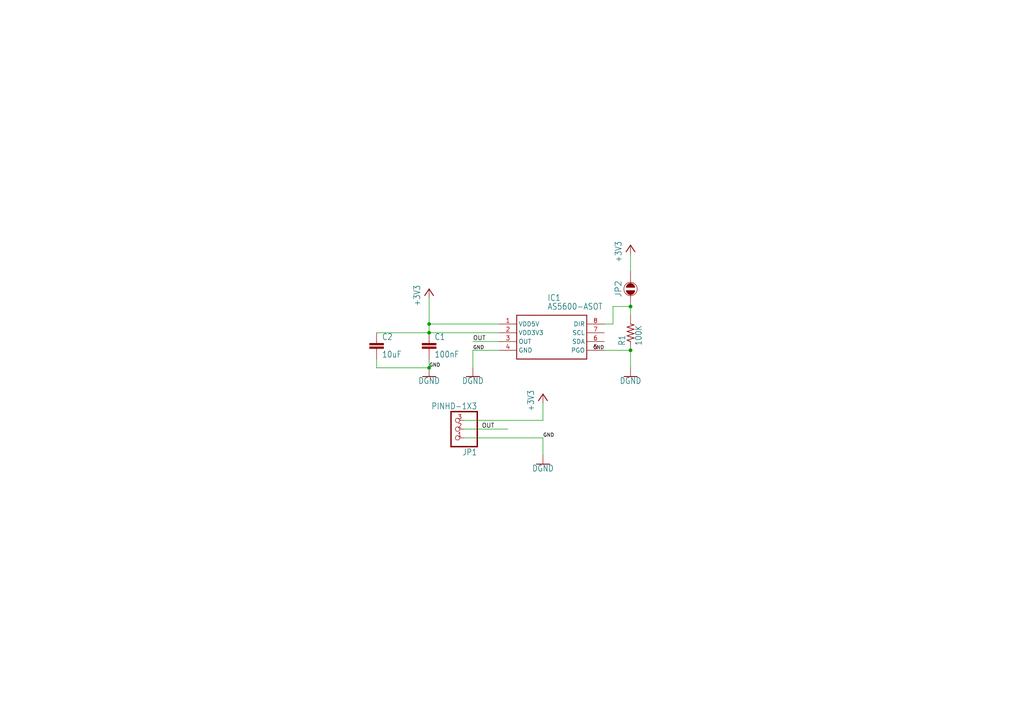
<source format=kicad_sch>
(kicad_sch (version 20211123) (generator eeschema)
  (paper "A4")
  (lib_symbols
    (symbol "as5600_adapter-eagle-import:+3V3" (power)
      (property "Value" "+3V3" (at -2.54 -5.08 90))
      (symbol "+3V3_1_0"
        (polyline (pts (xy 0 0) (xy -1.27 -1.905)) (stroke (width 0.254)))
        (polyline (pts (xy 1.27 -1.905) (xy 0 0)) (stroke (width 0.254)))
        (pin power_in line (at 0 -2.54 90) (length 2.54) (name "+3V3") (number "1"))
      )
    )
    (symbol "as5600_adapter-eagle-import:AS5600-ASOT"
      (property "Reference" "IC" (at 11.43 10.16 0))
      (property "Value" "AS5600-ASOT" (at 11.43 7.62 0))
      (symbol "AS5600-ASOT_1_0"
        (polyline (pts (xy -10.16 5.08) (xy -10.16 -7.62)) (stroke (width 0.254)))
        (polyline (pts (xy -10.16 5.08) (xy 10.16 5.08)) (stroke (width 0.254)))
        (polyline (pts (xy 10.16 -7.62) (xy -10.16 -7.62)) (stroke (width 0.254)))
        (polyline (pts (xy 10.16 -7.62) (xy 10.16 5.08)) (stroke (width 0.254)))
        (pin bidirectional line (at -15.24 2.54 0) (length 5.08) (name "VDD5V") (number "1"))
        (pin bidirectional line (at -15.24 0 0) (length 5.08) (name "VDD3V3") (number "2"))
        (pin bidirectional line (at -15.24 -2.54 0) (length 5.08) (name "OUT") (number "3"))
        (pin bidirectional line (at -15.24 -5.08 0) (length 5.08) (name "GND") (number "4"))
        (pin bidirectional line (at 15.24 -5.08 180) (length 5.08) (name "PGO") (number "5"))
        (pin bidirectional line (at 15.24 -2.54 180) (length 5.08) (name "SDA") (number "6"))
        (pin bidirectional line (at 15.24 0 180) (length 5.08) (name "SCL") (number "7"))
        (pin bidirectional line (at 15.24 2.54 180) (length 5.08) (name "DIR") (number "8"))
      )
    )
    (symbol "as5600_adapter-eagle-import:C-EUC0603"
      (property "Reference" "C" (at 1.524 0.381 0))
      (property "Value" "C-EUC0603" (at 1.524 -4.699 0))
      (symbol "C-EUC0603_1_0"
        (rectangle (start -2.032 -2.032) (end 2.032 -1.524) (fill (type outline)))
        (rectangle (start -2.032 -1.016) (end 2.032 -0.508) (fill (type outline)))
        (polyline (pts (xy 0 -2.54) (xy 0 -2.032)) (stroke (width 0.1524)))
        (polyline (pts (xy 0 0) (xy 0 -0.508)) (stroke (width 0.1524)))
        (pin passive line (at 0 2.54 270) (length 2.54) (name "1") (number "1"))
        (pin passive line (at 0 -5.08 90) (length 2.54) (name "2") (number "2"))
      )
    )
    (symbol "as5600_adapter-eagle-import:C-EUC0805"
      (property "Reference" "C" (at 1.524 0.381 0))
      (property "Value" "C-EUC0805" (at 1.524 -4.699 0))
      (symbol "C-EUC0805_1_0"
        (rectangle (start -2.032 -2.032) (end 2.032 -1.524) (fill (type outline)))
        (rectangle (start -2.032 -1.016) (end 2.032 -0.508) (fill (type outline)))
        (polyline (pts (xy 0 -2.54) (xy 0 -2.032)) (stroke (width 0.1524)))
        (polyline (pts (xy 0 0) (xy 0 -0.508)) (stroke (width 0.1524)))
        (pin passive line (at 0 2.54 270) (length 2.54) (name "1") (number "1"))
        (pin passive line (at 0 -5.08 90) (length 2.54) (name "2") (number "2"))
      )
    )
    (symbol "as5600_adapter-eagle-import:DGND" (power)
      (property "Value" "DGND" (at 0 -0.254 0))
      (symbol "DGND_1_0"
        (polyline (pts (xy -1.905 0) (xy 1.905 0)) (stroke (width 0.254)))
        (pin power_in line (at 0 2.54 270) (length 2.54) (name "GND") (number "1"))
      )
    )
    (symbol "as5600_adapter-eagle-import:JUMPER-SMT_2_NC_PASTE_NO-SILK"
      (property "Reference" "JP" (at -2.54 2.54 0))
      (property "Value" "JUMPER-SMT_2_NC_PASTE_NO-SILK" (at -2.54 -2.54 0))
      (symbol "JUMPER-SMT_2_NC_PASTE_NO-SILK_1_0"
        (arc (start -0.381 1.2699) (mid -1.6508 0) (end -0.381 -1.2699) (stroke (width 0.0001)) (fill (type outline)))
        (polyline (pts (xy -2.54 0) (xy -1.651 0)) (stroke (width 0.1524)))
        (polyline (pts (xy 2.54 0) (xy 1.651 0)) (stroke (width 0.1524)))
        (circle (center 0 0) (radius 1.9344))
        (arc (start 0.381 -1.2699) (mid 1.6508 0) (end 0.381 1.2699) (stroke (width 0.0001)) (fill (type outline)))
        (pin passive line (at -5.08 0 0) (length 2.54) (name "1") (number "1"))
        (pin passive line (at 5.08 0 180) (length 2.54) (name "2") (number "2"))
      )
    )
    (symbol "as5600_adapter-eagle-import:PINHD-1X3"
      (property "Reference" "JP" (at -6.35 5.715 0))
      (property "Value" "PINHD-1X3" (at -6.35 -7.62 0))
      (symbol "PINHD-1X3_1_0"
        (polyline (pts (xy -6.35 -5.08) (xy 1.27 -5.08)) (stroke (width 0.4064)))
        (polyline (pts (xy -6.35 5.08) (xy -6.35 -5.08)) (stroke (width 0.4064)))
        (polyline (pts (xy 1.27 -5.08) (xy 1.27 5.08)) (stroke (width 0.4064)))
        (polyline (pts (xy 1.27 5.08) (xy -6.35 5.08)) (stroke (width 0.4064)))
        (pin passive inverted (at -2.54 2.54 0) (length 2.54) (name "1") (number "1"))
        (pin passive inverted (at -2.54 0 0) (length 2.54) (name "2") (number "2"))
        (pin passive inverted (at -2.54 -2.54 0) (length 2.54) (name "3") (number "3"))
      )
    )
    (symbol "as5600_adapter-eagle-import:R-US_R0603"
      (property "Reference" "R" (at -3.81 1.4986 0))
      (property "Value" "R-US_R0603" (at -3.81 -3.302 0))
      (symbol "R-US_R0603_1_0"
        (polyline (pts (xy -2.54 0) (xy -2.159 1.016)) (stroke (width 0.2032)))
        (polyline (pts (xy -2.159 1.016) (xy -1.524 -1.016)) (stroke (width 0.2032)))
        (polyline (pts (xy -1.524 -1.016) (xy -0.889 1.016)) (stroke (width 0.2032)))
        (polyline (pts (xy -0.889 1.016) (xy -0.254 -1.016)) (stroke (width 0.2032)))
        (polyline (pts (xy -0.254 -1.016) (xy 0.381 1.016)) (stroke (width 0.2032)))
        (polyline (pts (xy 0.381 1.016) (xy 1.016 -1.016)) (stroke (width 0.2032)))
        (polyline (pts (xy 1.016 -1.016) (xy 1.651 1.016)) (stroke (width 0.2032)))
        (polyline (pts (xy 1.651 1.016) (xy 2.286 -1.016)) (stroke (width 0.2032)))
        (polyline (pts (xy 2.286 -1.016) (xy 2.54 0)) (stroke (width 0.2032)))
        (pin passive line (at -5.08 0 0) (length 2.54) (name "1") (number "1"))
        (pin passive line (at 5.08 0 180) (length 2.54) (name "2") (number "2"))
      )
    )
  )
  (junction (at 124.46 106.68))
  (junction (at 124.46 93.98))
  (junction (at 124.46 96.52))
  (junction (at 182.88 101.6))
  (junction (at 182.88 88.9))
  (wire (pts (xy 144.78 96.52) (xy 124.46 96.52)))
  (wire (pts (xy 124.46 93.98) (xy 124.46 86.36)))
  (wire (pts (xy 144.78 101.6) (xy 137.16 101.6)))
  (wire (pts (xy 175.26 101.6) (xy 182.88 101.6)))
  (wire (pts (xy 144.78 99.06) (xy 137.16 99.06)))
  (wire (pts (xy 109.22 104.14) (xy 109.22 106.68)))
  (wire (pts (xy 134.62 124.46) (xy 147.32 124.46)))
  (wire (pts (xy 109.22 106.68) (xy 124.46 106.68)))
  (wire (pts (xy 144.78 93.98) (xy 124.46 93.98)))
  (wire (pts (xy 157.48 121.92) (xy 157.48 116.84)))
  (wire (pts (xy 177.8 88.9) (xy 182.88 88.9)))
  (wire (pts (xy 157.48 127) (xy 157.48 132.08)))
  (wire (pts (xy 124.46 96.52) (xy 124.46 93.98)))
  (wire (pts (xy 182.88 73.66) (xy 182.88 78.74)))
  (wire (pts (xy 177.8 93.98) (xy 177.8 88.9)))
  (wire (pts (xy 124.46 106.68) (xy 124.46 104.14)))
  (wire (pts (xy 124.46 96.52) (xy 109.22 96.52)))
  (wire (pts (xy 182.88 101.6) (xy 182.88 106.68)))
  (wire (pts (xy 134.62 121.92) (xy 157.48 121.92)))
  (wire (pts (xy 182.88 88.9) (xy 182.88 91.44)))
  (wire (pts (xy 134.62 127) (xy 157.48 127)))
  (wire (pts (xy 137.16 101.6) (xy 137.16 106.68)))
  (wire (pts (xy 175.26 93.98) (xy 177.8 93.98)))
  (label "GND" (at 175.26 101.6 180) (effects (font (size 1.016 1.016))))
  (label "GND" (at 137.16 101.6 0) (effects (font (size 1.016 1.016))))
  (label "GND" (at 157.48 127 0) (effects (font (size 1.016 1.016))))
  (label "OUT" (at 137.16 99.06 0) (effects (font (size 1.2446 1.2446))))
  (label "GND" (at 124.46 106.68 0) (effects (font (size 1.016 1.016))))
  (label "OUT" (at 139.7 124.46 0) (effects (font (size 1.2446 1.2446))))
  (symbol (lib_id "as5600_adapter-eagle-import:DGND") (at 137.16 109.22 0) (unit 1)
    (property "Reference" "#GND1" (effects hide))
    (property "Value" "DGND" (at 137.16 109.474 0) (effects (font (size 1.778 1.5113)) (justify top)))
    (property "Footprint" "as5600_adapter:" (effects hide))
  )
  (symbol (lib_id "as5600_adapter-eagle-import:+3V3") (at 157.48 114.3 0) (unit 1)
    (property "Reference" "#+3V2" (effects hide))
    (property "Value" "+3V3" (at 154.94 119.38 90) (effects (font (size 1.778 1.5113)) (justify left bottom)))
    (property "Footprint" "as5600_adapter:" (effects hide))
  )
  (symbol (lib_id "as5600_adapter-eagle-import:+3V3") (at 124.46 83.82 0) (unit 1)
    (property "Reference" "#+3V1" (effects hide))
    (property "Value" "+3V3" (at 121.92 88.9 90) (effects (font (size 1.778 1.5113)) (justify left bottom)))
    (property "Footprint" "as5600_adapter:" (effects hide))
  )
  (symbol (lib_id "as5600_adapter-eagle-import:C-EUC0603") (at 124.46 99.06 0) (unit 1)
    (property "Reference" "C1" (at 125.984 98.679 0) (effects (font (size 1.778 1.5113)) (justify left bottom)))
    (property "Value" "100nF" (at 125.984 103.759 0) (effects (font (size 1.778 1.5113)) (justify left bottom)))
    (property "Footprint" "as5600_adapter:C0603" (effects hide))
  )
  (symbol (lib_id "as5600_adapter-eagle-import:JUMPER-SMT_2_NC_PASTE_NO-SILK") (at 182.88 83.82 90) (unit 1)
    (property "Reference" "JP2" (at 180.34 86.36 0) (effects (font (size 1.778 1.778)) (justify left bottom)))
    (property "Value" "JUMPER-SMT_2_NC_PASTE_NO-SILK" (effects hide))
    (property "Footprint" "as5600_adapter:SMT-JUMPER_2_NC_PASTE_NO-SILK" (effects hide))
  )
  (symbol (lib_id "as5600_adapter-eagle-import:+3V3") (at 182.88 71.12 0) (unit 1)
    (property "Reference" "#+3V3" (effects hide))
    (property "Value" "+3V3" (at 180.34 76.2 90) (effects (font (size 1.778 1.5113)) (justify left bottom)))
    (property "Footprint" "as5600_adapter:" (effects hide))
  )
  (symbol (lib_id "as5600_adapter-eagle-import:AS5600-ASOT") (at 160.02 96.52 0) (unit 1)
    (property "Reference" "IC1" (at 158.75 86.36 0) (effects (font (size 1.778 1.5113)) (justify left)))
    (property "Value" "AS5600-ASOT" (at 158.75 88.9 0) (effects (font (size 1.778 1.5113)) (justify left)))
    (property "Footprint" "as5600_adapter:SOIC127P600X175-8N" (effects hide))
  )
  (symbol (lib_id "as5600_adapter-eagle-import:DGND") (at 182.88 109.22 0) (unit 1)
    (property "Reference" "#GND3" (effects hide))
    (property "Value" "DGND" (at 182.88 109.474 0) (effects (font (size 1.778 1.5113)) (justify top)))
    (property "Footprint" "as5600_adapter:" (effects hide))
  )
  (symbol (lib_id "as5600_adapter-eagle-import:DGND") (at 124.46 109.22 0) (unit 1)
    (property "Reference" "#GND2" (effects hide))
    (property "Value" "DGND" (at 124.46 109.474 0) (effects (font (size 1.778 1.5113)) (justify top)))
    (property "Footprint" "as5600_adapter:" (effects hide))
  )
  (symbol (lib_id "as5600_adapter-eagle-import:PINHD-1X3") (at 132.08 124.46 180) (unit 1)
    (property "Reference" "JP1" (at 138.43 130.175 0) (effects (font (size 1.778 1.5113)) (justify left bottom)))
    (property "Value" "PINHD-1X3" (at 138.43 116.84 0) (effects (font (size 1.778 1.5113)) (justify left bottom)))
    (property "Footprint" "as5600_adapter:1X03" (effects hide))
  )
  (symbol (lib_id "as5600_adapter-eagle-import:R-US_R0603") (at 182.88 96.52 90) (unit 1)
    (property "Reference" "R1" (at 181.3814 100.33 0) (effects (font (size 1.778 1.5113)) (justify left bottom)))
    (property "Value" "100K" (at 186.182 100.33 0) (effects (font (size 1.778 1.5113)) (justify left bottom)))
    (property "Footprint" "as5600_adapter:R0603" (effects hide))
  )
  (symbol (lib_id "as5600_adapter-eagle-import:C-EUC0805") (at 109.22 99.06 0) (unit 1)
    (property "Reference" "C2" (at 110.744 98.679 0) (effects (font (size 1.778 1.5113)) (justify left bottom)))
    (property "Value" "10uF" (at 110.744 103.759 0) (effects (font (size 1.778 1.5113)) (justify left bottom)))
    (property "Footprint" "as5600_adapter:C0805" (effects hide))
  )
  (symbol (lib_id "as5600_adapter-eagle-import:DGND") (at 157.48 134.62 0) (unit 1)
    (property "Reference" "#GND4" (effects hide))
    (property "Value" "DGND" (at 157.48 134.874 0) (effects (font (size 1.778 1.5113)) (justify top)))
    (property "Footprint" "as5600_adapter:" (effects hide))
  )
)
</source>
